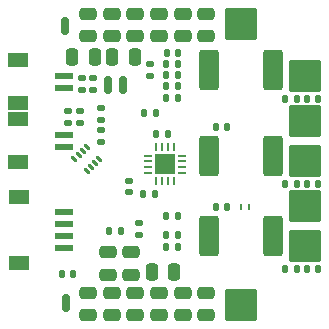
<source format=gbr>
%TF.GenerationSoftware,KiCad,Pcbnew,7.0.7*%
%TF.CreationDate,2023-12-28T18:43:45-05:00*%
%TF.ProjectId,O32controller,4f333263-6f6e-4747-926f-6c6c65722e6b,3*%
%TF.SameCoordinates,Original*%
%TF.FileFunction,Soldermask,Bot*%
%TF.FilePolarity,Negative*%
%FSLAX46Y46*%
G04 Gerber Fmt 4.6, Leading zero omitted, Abs format (unit mm)*
G04 Created by KiCad (PCBNEW 7.0.7) date 2023-12-28 18:43:45*
%MOMM*%
%LPD*%
G01*
G04 APERTURE LIST*
G04 Aperture macros list*
%AMRoundRect*
0 Rectangle with rounded corners*
0 $1 Rounding radius*
0 $2 $3 $4 $5 $6 $7 $8 $9 X,Y pos of 4 corners*
0 Add a 4 corners polygon primitive as box body*
4,1,4,$2,$3,$4,$5,$6,$7,$8,$9,$2,$3,0*
0 Add four circle primitives for the rounded corners*
1,1,$1+$1,$2,$3*
1,1,$1+$1,$4,$5*
1,1,$1+$1,$6,$7*
1,1,$1+$1,$8,$9*
0 Add four rect primitives between the rounded corners*
20,1,$1+$1,$2,$3,$4,$5,0*
20,1,$1+$1,$4,$5,$6,$7,0*
20,1,$1+$1,$6,$7,$8,$9,0*
20,1,$1+$1,$8,$9,$2,$3,0*%
G04 Aperture macros list end*
%ADD10RoundRect,0.150000X0.150000X-0.600000X0.150000X0.600000X-0.150000X0.600000X-0.150000X-0.600000X0*%
%ADD11RoundRect,0.140000X0.140000X0.170000X-0.140000X0.170000X-0.140000X-0.170000X0.140000X-0.170000X0*%
%ADD12RoundRect,0.269607X-1.105393X-1.105393X1.105393X-1.105393X1.105393X1.105393X-1.105393X1.105393X0*%
%ADD13RoundRect,0.135000X0.135000X0.185000X-0.135000X0.185000X-0.135000X-0.185000X0.135000X-0.185000X0*%
%ADD14RoundRect,0.250000X-0.475000X0.250000X-0.475000X-0.250000X0.475000X-0.250000X0.475000X0.250000X0*%
%ADD15RoundRect,0.135000X-0.135000X-0.185000X0.135000X-0.185000X0.135000X0.185000X-0.135000X0.185000X0*%
%ADD16RoundRect,0.140000X-0.140000X-0.170000X0.140000X-0.170000X0.140000X0.170000X-0.140000X0.170000X0*%
%ADD17RoundRect,0.250000X0.475000X-0.250000X0.475000X0.250000X-0.475000X0.250000X-0.475000X-0.250000X0*%
%ADD18R,0.711200X0.254000*%
%ADD19R,0.254000X0.711200*%
%ADD20R,1.701800X1.701800*%
%ADD21RoundRect,0.135000X-0.185000X0.135000X-0.185000X-0.135000X0.185000X-0.135000X0.185000X0.135000X0*%
%ADD22RoundRect,0.050000X0.272236X-0.130815X-0.130815X0.272236X-0.272236X0.130815X0.130815X-0.272236X0*%
%ADD23RoundRect,0.140000X0.170000X-0.140000X0.170000X0.140000X-0.170000X0.140000X-0.170000X-0.140000X0*%
%ADD24RoundRect,0.140000X-0.170000X0.140000X-0.170000X-0.140000X0.170000X-0.140000X0.170000X0.140000X0*%
%ADD25RoundRect,0.250000X0.250000X0.475000X-0.250000X0.475000X-0.250000X-0.475000X0.250000X-0.475000X0*%
%ADD26R,1.550000X0.600000*%
%ADD27R,1.800000X1.200000*%
%ADD28RoundRect,0.250000X0.600000X1.450000X-0.600000X1.450000X-0.600000X-1.450000X0.600000X-1.450000X0*%
%ADD29RoundRect,0.150000X0.150000X0.600000X-0.150000X0.600000X-0.150000X-0.600000X0.150000X-0.600000X0*%
%ADD30R,0.250000X0.500000*%
%ADD31RoundRect,0.135000X0.185000X-0.135000X0.185000X0.135000X-0.185000X0.135000X-0.185000X-0.135000X0*%
G04 APERTURE END LIST*
D10*
%TO.C,J5*%
X9985000Y20250000D03*
X8715000Y20250000D03*
%TD*%
D11*
%TO.C,C58*%
X4750000Y4250000D03*
X5710000Y4250000D03*
%TD*%
D12*
%TO.C,J3*%
X25350000Y9950000D03*
%TD*%
%TO.C,J11*%
X25350000Y13750000D03*
%TD*%
%TO.C,J2*%
X19950000Y25400000D03*
%TD*%
%TO.C,J4*%
X25350000Y17150000D03*
%TD*%
%TO.C,J10*%
X25350000Y20950000D03*
%TD*%
%TO.C,J1*%
X19950000Y1600000D03*
%TD*%
%TO.C,J12*%
X25350000Y6550000D03*
%TD*%
D13*
%TO.C,R24*%
X14635000Y19150000D03*
X13615000Y19150000D03*
%TD*%
D11*
%TO.C,C13*%
X26485000Y19050000D03*
X25525000Y19050000D03*
%TD*%
%TO.C,C18*%
X18780000Y9850000D03*
X17820000Y9850000D03*
%TD*%
D14*
%TO.C,C50*%
X15000000Y2650000D03*
X15000000Y750000D03*
%TD*%
D15*
%TO.C,R9*%
X11640000Y10950000D03*
X12660000Y10950000D03*
%TD*%
D13*
%TO.C,R15*%
X14635000Y21990000D03*
X13615000Y21990000D03*
%TD*%
D16*
%TO.C,C11*%
X12770000Y16050000D03*
X13730000Y16050000D03*
%TD*%
D17*
%TO.C,C45*%
X9000000Y24350000D03*
X9000000Y26250000D03*
%TD*%
%TO.C,C42*%
X15000000Y24350000D03*
X15000000Y26250000D03*
%TD*%
D16*
%TO.C,C12*%
X13645000Y22950000D03*
X14605000Y22950000D03*
%TD*%
D11*
%TO.C,C19*%
X26480000Y4650000D03*
X25520000Y4650000D03*
%TD*%
D18*
%TO.C,U3*%
X14950000Y14250001D03*
X14950000Y13750000D03*
X14950000Y13250000D03*
X14950000Y12749999D03*
D19*
X14250001Y12050000D03*
X13750000Y12050000D03*
X13250000Y12050000D03*
X12749999Y12050000D03*
D18*
X12050000Y12749999D03*
X12050000Y13250000D03*
X12050000Y13750000D03*
X12050000Y14250001D03*
D19*
X12749999Y14950000D03*
X13250000Y14950000D03*
X13750000Y14950000D03*
X14250001Y14950000D03*
D20*
X13500000Y13500000D03*
%TD*%
D21*
%TO.C,R17*%
X12200000Y22010000D03*
X12200000Y20990000D03*
%TD*%
D22*
%TO.C,U2*%
X7953589Y13957071D03*
X7600036Y13603518D03*
X7246482Y13249964D03*
X6892929Y12896411D03*
X5846411Y13942929D03*
X6199964Y14296482D03*
X6553518Y14650036D03*
X6907071Y15003589D03*
%TD*%
D23*
%TO.C,C9*%
X6500000Y19820000D03*
X6500000Y20780000D03*
%TD*%
D17*
%TO.C,C43*%
X13000000Y24350000D03*
X13000000Y26250000D03*
%TD*%
D15*
%TO.C,R5*%
X13615000Y20100000D03*
X14635000Y20100000D03*
%TD*%
D24*
%TO.C,C8*%
X10450000Y12130000D03*
X10450000Y11170000D03*
%TD*%
D14*
%TO.C,C53*%
X9000000Y2650000D03*
X9000000Y750000D03*
%TD*%
D17*
%TO.C,C46*%
X7000000Y24350000D03*
X7000000Y26250000D03*
%TD*%
%TO.C,C44*%
X11000000Y24350000D03*
X11000000Y26250000D03*
%TD*%
D25*
%TO.C,C48*%
X7550000Y22600000D03*
X5650000Y22600000D03*
%TD*%
D13*
%TO.C,R33*%
X14610000Y7500000D03*
X13590000Y7500000D03*
%TD*%
D25*
%TO.C,C47*%
X10950000Y22600000D03*
X9050000Y22600000D03*
%TD*%
D21*
%TO.C,R25*%
X6300000Y18010000D03*
X6300000Y16990000D03*
%TD*%
D26*
%TO.C,J6*%
X5000000Y6450000D03*
X5000000Y7450000D03*
X5000000Y8450000D03*
X5000000Y9450000D03*
D27*
X1125000Y5150000D03*
X1125000Y10750000D03*
%TD*%
D11*
%TO.C,C16*%
X26500000Y11850000D03*
X25540000Y11850000D03*
%TD*%
D28*
%TO.C,R36*%
X22650000Y7450000D03*
X17250000Y7450000D03*
%TD*%
D14*
%TO.C,C52*%
X11000000Y2650000D03*
X11000000Y750000D03*
%TD*%
D21*
%TO.C,R34*%
X8050000Y18310000D03*
X8050000Y17290000D03*
%TD*%
D29*
%TO.C,TP3*%
X5150000Y1750000D03*
%TD*%
D26*
%TO.C,J9*%
X4980000Y15000000D03*
X4980000Y16000000D03*
D27*
X1105000Y13700000D03*
X1105000Y17300000D03*
%TD*%
D13*
%TO.C,R21*%
X24660000Y11850000D03*
X23640000Y11850000D03*
%TD*%
D17*
%TO.C,C56*%
X10650000Y4150000D03*
X10650000Y6050000D03*
%TD*%
D11*
%TO.C,C15*%
X18750000Y16650000D03*
X17790000Y16650000D03*
%TD*%
D15*
%TO.C,R3*%
X13615000Y21040000D03*
X14635000Y21040000D03*
%TD*%
D21*
%TO.C,R14*%
X11350000Y8560000D03*
X11350000Y7540000D03*
%TD*%
D14*
%TO.C,C51*%
X13000000Y2650000D03*
X13000000Y750000D03*
%TD*%
D13*
%TO.C,R30*%
X24660000Y4650000D03*
X23640000Y4650000D03*
%TD*%
D21*
%TO.C,R32*%
X8050000Y16410000D03*
X8050000Y15390000D03*
%TD*%
D13*
%TO.C,R26*%
X12760000Y17850000D03*
X11740000Y17850000D03*
%TD*%
D26*
%TO.C,J8*%
X4980000Y20000000D03*
X4980000Y21000000D03*
D27*
X1105000Y18700000D03*
X1105000Y22300000D03*
%TD*%
D15*
%TO.C,R6*%
X13590000Y9100000D03*
X14610000Y9100000D03*
%TD*%
D28*
%TO.C,R18*%
X22650000Y21450000D03*
X17250000Y21450000D03*
%TD*%
D13*
%TO.C,R35*%
X14610000Y6500000D03*
X13590000Y6500000D03*
%TD*%
D17*
%TO.C,C41*%
X17000000Y24350000D03*
X17000000Y26250000D03*
%TD*%
D14*
%TO.C,C54*%
X7000000Y2650000D03*
X7000000Y750000D03*
%TD*%
D30*
%TO.C,D2*%
X19975000Y9850000D03*
X20625000Y9850000D03*
%TD*%
D15*
%TO.C,R16*%
X8790000Y7850000D03*
X9810000Y7850000D03*
%TD*%
D13*
%TO.C,R12*%
X24665000Y19050000D03*
X23645000Y19050000D03*
%TD*%
D21*
%TO.C,R7*%
X7450000Y20810000D03*
X7450000Y19790000D03*
%TD*%
D17*
%TO.C,C57*%
X8650000Y4150000D03*
X8650000Y6050000D03*
%TD*%
D25*
%TO.C,C55*%
X14300000Y4400000D03*
X12400000Y4400000D03*
%TD*%
D29*
%TO.C,TP1*%
X5050000Y25200000D03*
%TD*%
D31*
%TO.C,R23*%
X5300000Y16990000D03*
X5300000Y18010000D03*
%TD*%
D14*
%TO.C,C49*%
X17000000Y2650000D03*
X17000000Y750000D03*
%TD*%
D28*
%TO.C,R27*%
X22650000Y14250000D03*
X17250000Y14250000D03*
%TD*%
M02*

</source>
